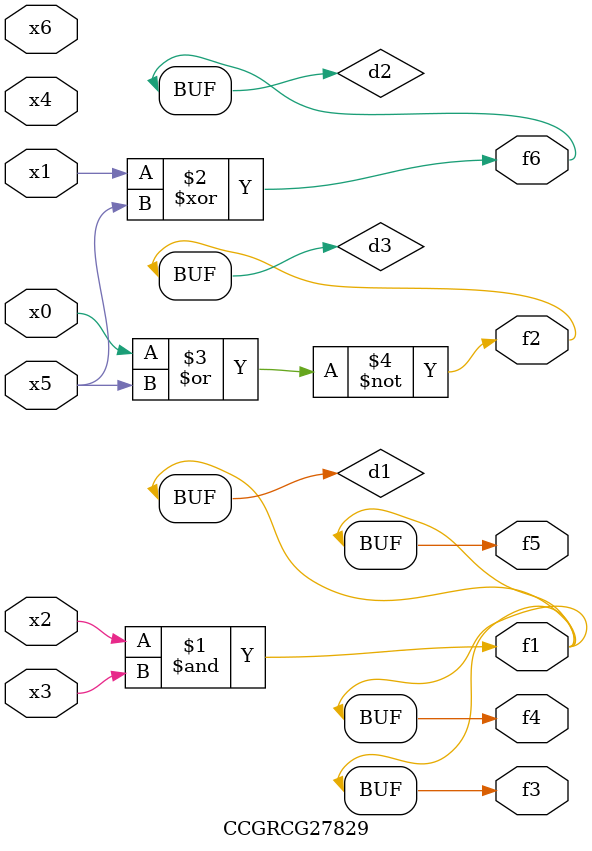
<source format=v>
module CCGRCG27829(
	input x0, x1, x2, x3, x4, x5, x6,
	output f1, f2, f3, f4, f5, f6
);

	wire d1, d2, d3;

	and (d1, x2, x3);
	xor (d2, x1, x5);
	nor (d3, x0, x5);
	assign f1 = d1;
	assign f2 = d3;
	assign f3 = d1;
	assign f4 = d1;
	assign f5 = d1;
	assign f6 = d2;
endmodule

</source>
